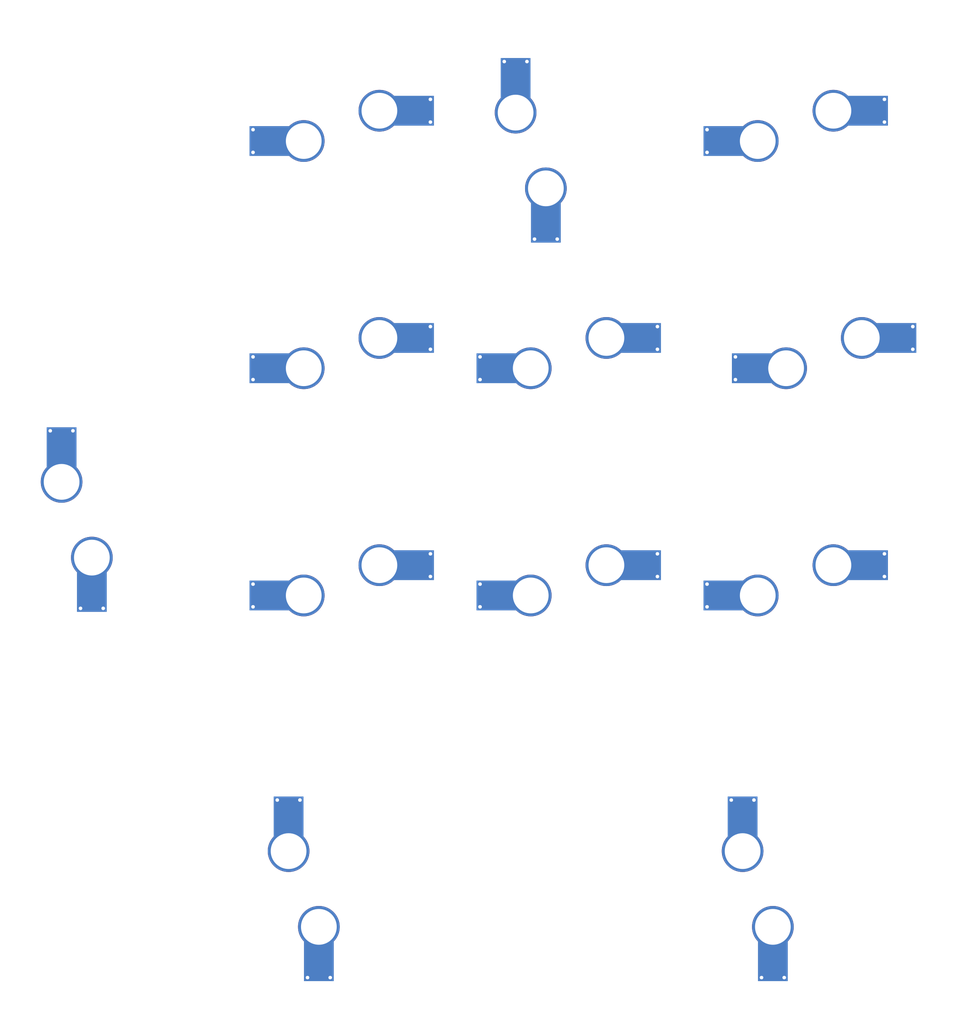
<source format=kicad_pcb>
(kicad_pcb (version 20171130) (host pcbnew "(5.1.10)-1")

  (general
    (thickness 1.6)
    (drawings 0)
    (tracks 0)
    (zones 0)
    (modules 12)
    (nets 17)
  )

  (page A4)
  (layers
    (0 F.Cu signal)
    (31 B.Cu signal)
    (32 B.Adhes user)
    (33 F.Adhes user)
    (34 B.Paste user)
    (35 F.Paste user)
    (36 B.SilkS user)
    (37 F.SilkS user)
    (38 B.Mask user)
    (39 F.Mask user)
    (40 Dwgs.User user)
    (41 Cmts.User user)
    (42 Eco1.User user)
    (43 Eco2.User user)
    (44 Edge.Cuts user)
    (45 Margin user)
    (46 B.CrtYd user)
    (47 F.CrtYd user)
    (48 B.Fab user)
    (49 F.Fab user)
  )

  (setup
    (last_trace_width 0.25)
    (trace_clearance 0.2)
    (zone_clearance 0.508)
    (zone_45_only no)
    (trace_min 0.2)
    (via_size 0.8)
    (via_drill 0.4)
    (via_min_size 0.4)
    (via_min_drill 0.3)
    (uvia_size 0.3)
    (uvia_drill 0.1)
    (uvias_allowed no)
    (uvia_min_size 0.2)
    (uvia_min_drill 0.1)
    (edge_width 0.05)
    (segment_width 0.2)
    (pcb_text_width 0.3)
    (pcb_text_size 1.5 1.5)
    (mod_edge_width 0.12)
    (mod_text_size 1 1)
    (mod_text_width 0.15)
    (pad_size 1.524 1.524)
    (pad_drill 0.762)
    (pad_to_mask_clearance 0)
    (aux_axis_origin 0 0)
    (visible_elements FFFFFF7F)
    (pcbplotparams
      (layerselection 0x010fc_ffffffff)
      (usegerberextensions false)
      (usegerberattributes true)
      (usegerberadvancedattributes true)
      (creategerberjobfile true)
      (excludeedgelayer true)
      (linewidth 0.100000)
      (plotframeref false)
      (viasonmask false)
      (mode 1)
      (useauxorigin false)
      (hpglpennumber 1)
      (hpglpenspeed 20)
      (hpglpendiameter 15.000000)
      (psnegative false)
      (psa4output false)
      (plotreference true)
      (plotvalue true)
      (plotinvisibletext false)
      (padsonsilk false)
      (subtractmaskfromsilk false)
      (outputformat 1)
      (mirror false)
      (drillshape 1)
      (scaleselection 1)
      (outputdirectory ""))
  )

  (net 0 "")
  (net 1 "Net-(MX1-Pad1)")
  (net 2 "Net-(MX2-Pad1)")
  (net 3 "Net-(MX6-Pad1)")
  (net 4 "Net-(MX10-Pad1)")
  (net 5 "Net-(D1-Pad2)")
  (net 6 "Net-(D2-Pad2)")
  (net 7 "Net-(D3-Pad2)")
  (net 8 "Net-(D4-Pad2)")
  (net 9 "Net-(D5-Pad2)")
  (net 10 "Net-(D6-Pad2)")
  (net 11 "Net-(D7-Pad2)")
  (net 12 "Net-(D8-Pad2)")
  (net 13 "Net-(D9-Pad2)")
  (net 14 "Net-(D10-Pad2)")
  (net 15 "Net-(D11-Pad2)")
  (net 16 "Net-(D12-Pad2)")

  (net_class Default "This is the default net class."
    (clearance 0.2)
    (trace_width 0.25)
    (via_dia 0.8)
    (via_drill 0.4)
    (uvia_dia 0.3)
    (uvia_drill 0.1)
    (add_net "Net-(D1-Pad2)")
    (add_net "Net-(D10-Pad2)")
    (add_net "Net-(D11-Pad2)")
    (add_net "Net-(D12-Pad2)")
    (add_net "Net-(D2-Pad2)")
    (add_net "Net-(D3-Pad2)")
    (add_net "Net-(D4-Pad2)")
    (add_net "Net-(D5-Pad2)")
    (add_net "Net-(D6-Pad2)")
    (add_net "Net-(D7-Pad2)")
    (add_net "Net-(D8-Pad2)")
    (add_net "Net-(D9-Pad2)")
    (add_net "Net-(MX1-Pad1)")
    (add_net "Net-(MX10-Pad1)")
    (add_net "Net-(MX2-Pad1)")
    (add_net "Net-(MX6-Pad1)")
  )

  (module MX_Only_v4:MXOnly-2U-Hotswap-ReversedStabilizers-Sawns (layer F.Cu) (tedit 61D51BF5) (tstamp 625381B8)
    (at 78.58125 114.3 90)
    (path /62531FA3)
    (attr smd)
    (fp_text reference MX1 (at 0 3.048 90) (layer B.CrtYd)
      (effects (font (size 1 1) (thickness 0.15)) (justify mirror))
    )
    (fp_text value 2U (at 0 -7.9375 90) (layer Dwgs.User)
      (effects (font (size 1 1) (thickness 0.15)))
    )
    (fp_text user REF** (at 0 3.048 90) (layer B.CrtYd)
      (effects (font (size 1 1) (thickness 0.15)) (justify mirror))
    )
    (fp_line (start 7 -7) (end 7 -5) (layer Dwgs.User) (width 0.15))
    (fp_line (start 5 -7) (end 7 -7) (layer Dwgs.User) (width 0.15))
    (fp_line (start 3.81 -6.35) (end 7.112 -6.35) (layer B.CrtYd) (width 0.15))
    (fp_line (start -7 7) (end -5 7) (layer Dwgs.User) (width 0.15))
    (fp_line (start -8.382 -3.81) (end -8.382 -1.27) (layer B.CrtYd) (width 0.15))
    (fp_line (start -5.08 -3.81) (end -8.382 -3.81) (layer B.CrtYd) (width 0.15))
    (fp_circle (center -3.81 -2.54) (end -3.81 -4.064) (layer B.CrtYd) (width 0.15))
    (fp_circle (center 2.54 -5.08) (end 2.54 -6.604) (layer B.CrtYd) (width 0.15))
    (fp_line (start -7 -7) (end -7 -5) (layer Dwgs.User) (width 0.15))
    (fp_line (start -5 -7) (end -7 -7) (layer Dwgs.User) (width 0.15))
    (fp_line (start 5 7) (end 7 7) (layer Dwgs.User) (width 0.15))
    (fp_line (start 7 7) (end 7 5) (layer Dwgs.User) (width 0.15))
    (fp_line (start -8.382 -1.27) (end -5.08 -1.27) (layer B.CrtYd) (width 0.15))
    (fp_line (start -7 5) (end -7 7) (layer Dwgs.User) (width 0.15))
    (fp_line (start 7.112 -3.81) (end 3.81 -3.81) (layer B.CrtYd) (width 0.15))
    (fp_line (start 7.112 -6.35) (end 7.112 -3.81) (layer B.CrtYd) (width 0.15))
    (fp_line (start -19.05 -9.525) (end 19.05 -9.525) (layer Dwgs.User) (width 0.15))
    (fp_line (start 19.05 -9.525) (end 19.05 9.525) (layer Dwgs.User) (width 0.15))
    (fp_line (start 19.05 9.525) (end -19.05 9.525) (layer Dwgs.User) (width 0.15))
    (fp_line (start -19.05 9.525) (end -19.05 -9.525) (layer Dwgs.User) (width 0.15))
    (pad "" np_thru_hole circle (at 0 0 90) (size 3.9878 3.9878) (drill 3.9878) (layers *.Cu *.Mask))
    (pad 1 thru_hole circle (at -3.81 -2.54 90) (size 3.5 3.5) (drill 3) (layers *.Cu *.Mask)
      (net 1 "Net-(MX1-Pad1)"))
    (pad 1 thru_hole circle (at -8.0645 -1.5875 90) (size 0.5 0.5) (drill 0.3) (layers *.Cu *.Mask)
      (net 1 "Net-(MX1-Pad1)"))
    (pad 2 smd rect (at 5.207 -5.08 90) (size 3.82 2.5) (layers B.Cu)
      (net 5 "Net-(D1-Pad2)"))
    (pad 1 smd rect (at -7.085 -2.54 90) (size 2.55 2.5) (layers B.Paste B.Mask)
      (net 1 "Net-(MX1-Pad1)"))
    (pad 2 thru_hole circle (at 6.8215 -4.1275 90) (size 0.5 0.5) (drill 0.3) (layers *.Cu *.Mask)
      (net 5 "Net-(D1-Pad2)"))
    (pad 2 smd rect (at 5.842 -5.08 90) (size 2.55 2.5) (layers B.Paste B.Mask)
      (net 5 "Net-(D1-Pad2)"))
    (pad 2 thru_hole circle (at 6.8215 -6.0325 90) (size 0.5 0.5) (drill 0.3) (layers *.Cu *.Mask)
      (net 5 "Net-(D1-Pad2)"))
    (pad 2 thru_hole circle (at 2.54 -5.08 90) (size 3.5 3.5) (drill 3) (layers *.Cu *.Mask)
      (net 5 "Net-(D1-Pad2)"))
    (pad "" np_thru_hole circle (at -5.08 0 138.0996) (size 1.75 1.75) (drill 1.75) (layers *.Cu *.Mask))
    (pad "" np_thru_hole circle (at 5.08 0 138.0996) (size 1.75 1.75) (drill 1.75) (layers *.Cu *.Mask))
    (pad 1 smd rect (at -6.45 -2.54 90) (size 3.82 2.5) (layers B.Cu)
      (net 1 "Net-(MX1-Pad1)"))
    (pad 1 thru_hole circle (at -8.0645 -3.4925 90) (size 0.5 0.5) (drill 0.3) (layers *.Cu *.Mask)
      (net 1 "Net-(MX1-Pad1)"))
    (pad "" np_thru_hole circle (at -11.938 -8.255 90) (size 3.9878 3.9878) (drill 3.9878) (layers *.Cu *.Mask))
    (pad "" np_thru_hole circle (at 11.938 -8.255 90) (size 3.9878 3.9878) (drill 3.9878) (layers *.Cu *.Mask))
    (pad "" np_thru_hole circle (at -11.938 6.985 90) (size 3.048 3.048) (drill 3.048) (layers *.Cu *.Mask))
    (pad "" np_thru_hole circle (at 11.938 6.985 90) (size 3.048 3.048) (drill 3.048) (layers *.Cu *.Mask))
    (model ${MXCOMP}/AlexandriaLibrary-master/3d_models/kailh_socket_mx.stp
      (offset (xyz -0.6 3.8 -3.5))
      (scale (xyz 1 1 1))
      (rotate (xyz 0 0 180))
    )
  )

  (module MX_Only_v4:MXOnly-1.25U-Hotswap-Sawns (layer F.Cu) (tedit 61D51B02) (tstamp 62538353)
    (at 135.73125 145.25625 90)
    (path /6253FF66)
    (attr smd)
    (fp_text reference MX12 (at 0 3.048 90) (layer B.CrtYd)
      (effects (font (size 1 1) (thickness 0.15)) (justify mirror))
    )
    (fp_text value 1.25U (at 0 -7.9375 90) (layer Dwgs.User)
      (effects (font (size 1 1) (thickness 0.15)))
    )
    (fp_text user REF** (at 0 3.048 90) (layer B.CrtYd)
      (effects (font (size 1 1) (thickness 0.15)) (justify mirror))
    )
    (fp_line (start 7 -7) (end 7 -5) (layer Dwgs.User) (width 0.15))
    (fp_line (start 5 -7) (end 7 -7) (layer Dwgs.User) (width 0.15))
    (fp_line (start 3.81 -6.35) (end 7.112 -6.35) (layer B.CrtYd) (width 0.15))
    (fp_line (start -7 7) (end -5 7) (layer Dwgs.User) (width 0.15))
    (fp_line (start -8.382 -3.81) (end -8.382 -1.27) (layer B.CrtYd) (width 0.15))
    (fp_line (start -5.08 -3.81) (end -8.382 -3.81) (layer B.CrtYd) (width 0.15))
    (fp_circle (center -3.81 -2.54) (end -3.81 -4.064) (layer B.CrtYd) (width 0.15))
    (fp_circle (center 2.54 -5.08) (end 2.54 -6.604) (layer B.CrtYd) (width 0.15))
    (fp_line (start -7 -7) (end -7 -5) (layer Dwgs.User) (width 0.15))
    (fp_line (start -5 -7) (end -7 -7) (layer Dwgs.User) (width 0.15))
    (fp_line (start 5 7) (end 7 7) (layer Dwgs.User) (width 0.15))
    (fp_line (start 7 7) (end 7 5) (layer Dwgs.User) (width 0.15))
    (fp_line (start -8.382 -1.27) (end -5.08 -1.27) (layer B.CrtYd) (width 0.15))
    (fp_line (start -7 5) (end -7 7) (layer Dwgs.User) (width 0.15))
    (fp_line (start 7.112 -3.81) (end 3.81 -3.81) (layer B.CrtYd) (width 0.15))
    (fp_line (start 7.112 -6.35) (end 7.112 -3.81) (layer B.CrtYd) (width 0.15))
    (fp_line (start -11.90625 -9.525) (end 11.90625 -9.525) (layer Dwgs.User) (width 0.15))
    (fp_line (start 11.90625 -9.525) (end 11.90625 9.525) (layer Dwgs.User) (width 0.15))
    (fp_line (start 11.90625 9.525) (end -11.90625 9.525) (layer Dwgs.User) (width 0.15))
    (fp_line (start -11.90625 9.525) (end -11.90625 -9.525) (layer Dwgs.User) (width 0.15))
    (pad "" np_thru_hole circle (at 0 0 90) (size 3.9878 3.9878) (drill 3.9878) (layers *.Cu *.Mask))
    (pad 1 thru_hole circle (at -3.81 -2.54 90) (size 3.5 3.5) (drill 3) (layers *.Cu *.Mask)
      (net 4 "Net-(MX10-Pad1)"))
    (pad 1 thru_hole circle (at -8.0645 -1.5875 90) (size 0.5 0.5) (drill 0.3) (layers *.Cu *.Mask)
      (net 4 "Net-(MX10-Pad1)"))
    (pad 2 smd rect (at 5.207 -5.08 90) (size 3.82 2.5) (layers B.Cu)
      (net 16 "Net-(D12-Pad2)"))
    (pad 1 smd rect (at -7.085 -2.54 90) (size 2.55 2.5) (layers B.Paste B.Mask)
      (net 4 "Net-(MX10-Pad1)"))
    (pad 2 thru_hole circle (at 6.8215 -4.1275 90) (size 0.5 0.5) (drill 0.3) (layers *.Cu *.Mask)
      (net 16 "Net-(D12-Pad2)"))
    (pad 2 smd rect (at 5.842 -5.08 90) (size 2.55 2.5) (layers B.Paste B.Mask)
      (net 16 "Net-(D12-Pad2)"))
    (pad 2 thru_hole circle (at 6.8215 -6.0325 90) (size 0.5 0.5) (drill 0.3) (layers *.Cu *.Mask)
      (net 16 "Net-(D12-Pad2)"))
    (pad 2 thru_hole circle (at 2.54 -5.08 90) (size 3.5 3.5) (drill 3) (layers *.Cu *.Mask)
      (net 16 "Net-(D12-Pad2)"))
    (pad "" np_thru_hole circle (at -5.08 0 138.0996) (size 1.75 1.75) (drill 1.75) (layers *.Cu *.Mask))
    (pad "" np_thru_hole circle (at 5.08 0 138.0996) (size 1.75 1.75) (drill 1.75) (layers *.Cu *.Mask))
    (pad 1 smd rect (at -6.45 -2.54 90) (size 3.82 2.5) (layers B.Cu)
      (net 4 "Net-(MX10-Pad1)"))
    (pad 1 thru_hole circle (at -8.0645 -3.4925 90) (size 0.5 0.5) (drill 0.3) (layers *.Cu *.Mask)
      (net 4 "Net-(MX10-Pad1)"))
    (model ${MXCOMP}/AlexandriaLibrary-master/3d_models/kailh_socket_mx.stp
      (offset (xyz -0.6 3.8 -3.5))
      (scale (xyz 1 1 1))
      (rotate (xyz 0 0 180))
    )
  )

  (module MX_Only_v4:MXOnly-1U-Hotswap-Sawns (layer F.Cu) (tedit 61D51B54) (tstamp 6253832D)
    (at 135.73125 123.825)
    (path /6253FF6C)
    (attr smd)
    (fp_text reference MX11 (at 0 3.048) (layer B.CrtYd)
      (effects (font (size 1 1) (thickness 0.15)) (justify mirror))
    )
    (fp_text value 1U (at 0 -7.9375) (layer Dwgs.User)
      (effects (font (size 1 1) (thickness 0.15)))
    )
    (fp_line (start 5 -7) (end 7 -7) (layer Dwgs.User) (width 0.15))
    (fp_line (start 7 -7) (end 7 -5) (layer Dwgs.User) (width 0.15))
    (fp_line (start 5 7) (end 7 7) (layer Dwgs.User) (width 0.15))
    (fp_line (start 7 7) (end 7 5) (layer Dwgs.User) (width 0.15))
    (fp_line (start -7 5) (end -7 7) (layer Dwgs.User) (width 0.15))
    (fp_line (start -7 7) (end -5 7) (layer Dwgs.User) (width 0.15))
    (fp_line (start -5 -7) (end -7 -7) (layer Dwgs.User) (width 0.15))
    (fp_line (start -7 -7) (end -7 -5) (layer Dwgs.User) (width 0.15))
    (fp_line (start -9.525 -9.525) (end 9.525 -9.525) (layer Dwgs.User) (width 0.15))
    (fp_line (start 9.525 -9.525) (end 9.525 9.525) (layer Dwgs.User) (width 0.15))
    (fp_line (start 9.525 9.525) (end -9.525 9.525) (layer Dwgs.User) (width 0.15))
    (fp_line (start -9.525 9.525) (end -9.525 -9.525) (layer Dwgs.User) (width 0.15))
    (fp_circle (center 2.54 -5.08) (end 2.54 -6.604) (layer B.CrtYd) (width 0.15))
    (fp_circle (center -3.81 -2.54) (end -3.81 -4.064) (layer B.CrtYd) (width 0.15))
    (fp_line (start 3.81 -6.35) (end 7.112 -6.35) (layer B.CrtYd) (width 0.15))
    (fp_line (start 7.112 -6.35) (end 7.112 -3.81) (layer B.CrtYd) (width 0.15))
    (fp_line (start 7.112 -3.81) (end 3.81 -3.81) (layer B.CrtYd) (width 0.15))
    (fp_line (start -5.08 -3.81) (end -8.382 -3.81) (layer B.CrtYd) (width 0.15))
    (fp_line (start -8.382 -3.81) (end -8.382 -1.27) (layer B.CrtYd) (width 0.15))
    (fp_line (start -8.382 -1.27) (end -5.08 -1.27) (layer B.CrtYd) (width 0.15))
    (pad 1 thru_hole circle (at -8.0645 -3.4925) (size 0.5 0.5) (drill 0.3) (layers *.Cu *.Mask)
      (net 4 "Net-(MX10-Pad1)"))
    (pad 2 smd rect (at 5.207 -5.08) (size 3.82 2.5) (layers B.Cu)
      (net 15 "Net-(D11-Pad2)"))
    (pad 1 smd rect (at -6.45 -2.54) (size 3.82 2.5) (layers B.Cu)
      (net 4 "Net-(MX10-Pad1)"))
    (pad "" np_thru_hole circle (at 5.08 0 48.0996) (size 1.75 1.75) (drill 1.75) (layers *.Cu *.Mask))
    (pad "" np_thru_hole circle (at -5.08 0 48.0996) (size 1.75 1.75) (drill 1.75) (layers *.Cu *.Mask))
    (pad 1 thru_hole circle (at -3.81 -2.54) (size 3.5 3.5) (drill 3) (layers *.Cu *.Mask)
      (net 4 "Net-(MX10-Pad1)"))
    (pad "" np_thru_hole circle (at 0 0) (size 3.9878 3.9878) (drill 3.9878) (layers *.Cu *.Mask))
    (pad 2 thru_hole circle (at 2.54 -5.08) (size 3.5 3.5) (drill 3) (layers *.Cu *.Mask)
      (net 15 "Net-(D11-Pad2)"))
    (pad 1 thru_hole circle (at -8.0645 -1.5875) (size 0.5 0.5) (drill 0.3) (layers *.Cu *.Mask)
      (net 4 "Net-(MX10-Pad1)"))
    (pad 2 thru_hole circle (at 6.8215 -4.1275) (size 0.5 0.5) (drill 0.3) (layers *.Cu *.Mask)
      (net 15 "Net-(D11-Pad2)"))
    (pad 2 thru_hole circle (at 6.8215 -6.0325) (size 0.5 0.5) (drill 0.3) (layers *.Cu *.Mask)
      (net 15 "Net-(D11-Pad2)"))
    (pad 2 smd rect (at 5.842 -5.08) (size 2.55 2.5) (layers B.Paste B.Mask)
      (net 15 "Net-(D11-Pad2)"))
    (pad 1 smd rect (at -7.085 -2.54) (size 2.55 2.5) (layers B.Paste B.Mask)
      (net 4 "Net-(MX10-Pad1)"))
    (model ${MXCOMP}/AlexandriaLibrary-master/3d_models/kailh_socket_mx.stp
      (offset (xyz -0.6 3.8 -3.5))
      (scale (xyz 1 1 1))
      (rotate (xyz 0 0 180))
    )
  )

  (module MX_Only_v4:MXOnly-1.25U-Hotswap-Sawns (layer F.Cu) (tedit 61D51B02) (tstamp 62538308)
    (at 138.1125 104.775)
    (path /6253C587)
    (attr smd)
    (fp_text reference MX10 (at 0 3.048) (layer B.CrtYd)
      (effects (font (size 1 1) (thickness 0.15)) (justify mirror))
    )
    (fp_text value 1.25U (at 0 -7.9375) (layer Dwgs.User)
      (effects (font (size 1 1) (thickness 0.15)))
    )
    (fp_text user REF** (at 0 3.048) (layer B.CrtYd)
      (effects (font (size 1 1) (thickness 0.15)) (justify mirror))
    )
    (fp_line (start 7 -7) (end 7 -5) (layer Dwgs.User) (width 0.15))
    (fp_line (start 5 -7) (end 7 -7) (layer Dwgs.User) (width 0.15))
    (fp_line (start 3.81 -6.35) (end 7.112 -6.35) (layer B.CrtYd) (width 0.15))
    (fp_line (start -7 7) (end -5 7) (layer Dwgs.User) (width 0.15))
    (fp_line (start -8.382 -3.81) (end -8.382 -1.27) (layer B.CrtYd) (width 0.15))
    (fp_line (start -5.08 -3.81) (end -8.382 -3.81) (layer B.CrtYd) (width 0.15))
    (fp_circle (center -3.81 -2.54) (end -3.81 -4.064) (layer B.CrtYd) (width 0.15))
    (fp_circle (center 2.54 -5.08) (end 2.54 -6.604) (layer B.CrtYd) (width 0.15))
    (fp_line (start -7 -7) (end -7 -5) (layer Dwgs.User) (width 0.15))
    (fp_line (start -5 -7) (end -7 -7) (layer Dwgs.User) (width 0.15))
    (fp_line (start 5 7) (end 7 7) (layer Dwgs.User) (width 0.15))
    (fp_line (start 7 7) (end 7 5) (layer Dwgs.User) (width 0.15))
    (fp_line (start -8.382 -1.27) (end -5.08 -1.27) (layer B.CrtYd) (width 0.15))
    (fp_line (start -7 5) (end -7 7) (layer Dwgs.User) (width 0.15))
    (fp_line (start 7.112 -3.81) (end 3.81 -3.81) (layer B.CrtYd) (width 0.15))
    (fp_line (start 7.112 -6.35) (end 7.112 -3.81) (layer B.CrtYd) (width 0.15))
    (fp_line (start -11.90625 -9.525) (end 11.90625 -9.525) (layer Dwgs.User) (width 0.15))
    (fp_line (start 11.90625 -9.525) (end 11.90625 9.525) (layer Dwgs.User) (width 0.15))
    (fp_line (start 11.90625 9.525) (end -11.90625 9.525) (layer Dwgs.User) (width 0.15))
    (fp_line (start -11.90625 9.525) (end -11.90625 -9.525) (layer Dwgs.User) (width 0.15))
    (pad "" np_thru_hole circle (at 0 0) (size 3.9878 3.9878) (drill 3.9878) (layers *.Cu *.Mask))
    (pad 1 thru_hole circle (at -3.81 -2.54) (size 3.5 3.5) (drill 3) (layers *.Cu *.Mask)
      (net 4 "Net-(MX10-Pad1)"))
    (pad 1 thru_hole circle (at -8.0645 -1.5875) (size 0.5 0.5) (drill 0.3) (layers *.Cu *.Mask)
      (net 4 "Net-(MX10-Pad1)"))
    (pad 2 smd rect (at 5.207 -5.08) (size 3.82 2.5) (layers B.Cu)
      (net 14 "Net-(D10-Pad2)"))
    (pad 1 smd rect (at -7.085 -2.54) (size 2.55 2.5) (layers B.Paste B.Mask)
      (net 4 "Net-(MX10-Pad1)"))
    (pad 2 thru_hole circle (at 6.8215 -4.1275) (size 0.5 0.5) (drill 0.3) (layers *.Cu *.Mask)
      (net 14 "Net-(D10-Pad2)"))
    (pad 2 smd rect (at 5.842 -5.08) (size 2.55 2.5) (layers B.Paste B.Mask)
      (net 14 "Net-(D10-Pad2)"))
    (pad 2 thru_hole circle (at 6.8215 -6.0325) (size 0.5 0.5) (drill 0.3) (layers *.Cu *.Mask)
      (net 14 "Net-(D10-Pad2)"))
    (pad 2 thru_hole circle (at 2.54 -5.08) (size 3.5 3.5) (drill 3) (layers *.Cu *.Mask)
      (net 14 "Net-(D10-Pad2)"))
    (pad "" np_thru_hole circle (at -5.08 0 48.0996) (size 1.75 1.75) (drill 1.75) (layers *.Cu *.Mask))
    (pad "" np_thru_hole circle (at 5.08 0 48.0996) (size 1.75 1.75) (drill 1.75) (layers *.Cu *.Mask))
    (pad 1 smd rect (at -6.45 -2.54) (size 3.82 2.5) (layers B.Cu)
      (net 4 "Net-(MX10-Pad1)"))
    (pad 1 thru_hole circle (at -8.0645 -3.4925) (size 0.5 0.5) (drill 0.3) (layers *.Cu *.Mask)
      (net 4 "Net-(MX10-Pad1)"))
    (model ${MXCOMP}/AlexandriaLibrary-master/3d_models/kailh_socket_mx.stp
      (offset (xyz -0.6 3.8 -3.5))
      (scale (xyz 1 1 1))
      (rotate (xyz 0 0 180))
    )
  )

  (module MX_Only_v4:MXOnly-1U-Hotswap-Sawns (layer F.Cu) (tedit 61D51B54) (tstamp 625382E2)
    (at 135.73125 85.725)
    (path /6253C581)
    (attr smd)
    (fp_text reference MX9 (at 0 3.048) (layer B.CrtYd)
      (effects (font (size 1 1) (thickness 0.15)) (justify mirror))
    )
    (fp_text value 1U (at 0 -7.9375) (layer Dwgs.User)
      (effects (font (size 1 1) (thickness 0.15)))
    )
    (fp_line (start 5 -7) (end 7 -7) (layer Dwgs.User) (width 0.15))
    (fp_line (start 7 -7) (end 7 -5) (layer Dwgs.User) (width 0.15))
    (fp_line (start 5 7) (end 7 7) (layer Dwgs.User) (width 0.15))
    (fp_line (start 7 7) (end 7 5) (layer Dwgs.User) (width 0.15))
    (fp_line (start -7 5) (end -7 7) (layer Dwgs.User) (width 0.15))
    (fp_line (start -7 7) (end -5 7) (layer Dwgs.User) (width 0.15))
    (fp_line (start -5 -7) (end -7 -7) (layer Dwgs.User) (width 0.15))
    (fp_line (start -7 -7) (end -7 -5) (layer Dwgs.User) (width 0.15))
    (fp_line (start -9.525 -9.525) (end 9.525 -9.525) (layer Dwgs.User) (width 0.15))
    (fp_line (start 9.525 -9.525) (end 9.525 9.525) (layer Dwgs.User) (width 0.15))
    (fp_line (start 9.525 9.525) (end -9.525 9.525) (layer Dwgs.User) (width 0.15))
    (fp_line (start -9.525 9.525) (end -9.525 -9.525) (layer Dwgs.User) (width 0.15))
    (fp_circle (center 2.54 -5.08) (end 2.54 -6.604) (layer B.CrtYd) (width 0.15))
    (fp_circle (center -3.81 -2.54) (end -3.81 -4.064) (layer B.CrtYd) (width 0.15))
    (fp_line (start 3.81 -6.35) (end 7.112 -6.35) (layer B.CrtYd) (width 0.15))
    (fp_line (start 7.112 -6.35) (end 7.112 -3.81) (layer B.CrtYd) (width 0.15))
    (fp_line (start 7.112 -3.81) (end 3.81 -3.81) (layer B.CrtYd) (width 0.15))
    (fp_line (start -5.08 -3.81) (end -8.382 -3.81) (layer B.CrtYd) (width 0.15))
    (fp_line (start -8.382 -3.81) (end -8.382 -1.27) (layer B.CrtYd) (width 0.15))
    (fp_line (start -8.382 -1.27) (end -5.08 -1.27) (layer B.CrtYd) (width 0.15))
    (pad 1 thru_hole circle (at -8.0645 -3.4925) (size 0.5 0.5) (drill 0.3) (layers *.Cu *.Mask)
      (net 4 "Net-(MX10-Pad1)"))
    (pad 2 smd rect (at 5.207 -5.08) (size 3.82 2.5) (layers B.Cu)
      (net 13 "Net-(D9-Pad2)"))
    (pad 1 smd rect (at -6.45 -2.54) (size 3.82 2.5) (layers B.Cu)
      (net 4 "Net-(MX10-Pad1)"))
    (pad "" np_thru_hole circle (at 5.08 0 48.0996) (size 1.75 1.75) (drill 1.75) (layers *.Cu *.Mask))
    (pad "" np_thru_hole circle (at -5.08 0 48.0996) (size 1.75 1.75) (drill 1.75) (layers *.Cu *.Mask))
    (pad 1 thru_hole circle (at -3.81 -2.54) (size 3.5 3.5) (drill 3) (layers *.Cu *.Mask)
      (net 4 "Net-(MX10-Pad1)"))
    (pad "" np_thru_hole circle (at 0 0) (size 3.9878 3.9878) (drill 3.9878) (layers *.Cu *.Mask))
    (pad 2 thru_hole circle (at 2.54 -5.08) (size 3.5 3.5) (drill 3) (layers *.Cu *.Mask)
      (net 13 "Net-(D9-Pad2)"))
    (pad 1 thru_hole circle (at -8.0645 -1.5875) (size 0.5 0.5) (drill 0.3) (layers *.Cu *.Mask)
      (net 4 "Net-(MX10-Pad1)"))
    (pad 2 thru_hole circle (at 6.8215 -4.1275) (size 0.5 0.5) (drill 0.3) (layers *.Cu *.Mask)
      (net 13 "Net-(D9-Pad2)"))
    (pad 2 thru_hole circle (at 6.8215 -6.0325) (size 0.5 0.5) (drill 0.3) (layers *.Cu *.Mask)
      (net 13 "Net-(D9-Pad2)"))
    (pad 2 smd rect (at 5.842 -5.08) (size 2.55 2.5) (layers B.Paste B.Mask)
      (net 13 "Net-(D9-Pad2)"))
    (pad 1 smd rect (at -7.085 -2.54) (size 2.55 2.5) (layers B.Paste B.Mask)
      (net 4 "Net-(MX10-Pad1)"))
    (model ${MXCOMP}/AlexandriaLibrary-master/3d_models/kailh_socket_mx.stp
      (offset (xyz -0.6 3.8 -3.5))
      (scale (xyz 1 1 1))
      (rotate (xyz 0 0 180))
    )
  )

  (module MX_Only_v4:MXOnly-1U-Hotswap-Sawns (layer F.Cu) (tedit 61D51B54) (tstamp 625382BD)
    (at 116.68125 123.825)
    (path /625397AF)
    (attr smd)
    (fp_text reference MX8 (at 0 3.048) (layer B.CrtYd)
      (effects (font (size 1 1) (thickness 0.15)) (justify mirror))
    )
    (fp_text value 1U (at 0 -7.9375) (layer Dwgs.User)
      (effects (font (size 1 1) (thickness 0.15)))
    )
    (fp_line (start 5 -7) (end 7 -7) (layer Dwgs.User) (width 0.15))
    (fp_line (start 7 -7) (end 7 -5) (layer Dwgs.User) (width 0.15))
    (fp_line (start 5 7) (end 7 7) (layer Dwgs.User) (width 0.15))
    (fp_line (start 7 7) (end 7 5) (layer Dwgs.User) (width 0.15))
    (fp_line (start -7 5) (end -7 7) (layer Dwgs.User) (width 0.15))
    (fp_line (start -7 7) (end -5 7) (layer Dwgs.User) (width 0.15))
    (fp_line (start -5 -7) (end -7 -7) (layer Dwgs.User) (width 0.15))
    (fp_line (start -7 -7) (end -7 -5) (layer Dwgs.User) (width 0.15))
    (fp_line (start -9.525 -9.525) (end 9.525 -9.525) (layer Dwgs.User) (width 0.15))
    (fp_line (start 9.525 -9.525) (end 9.525 9.525) (layer Dwgs.User) (width 0.15))
    (fp_line (start 9.525 9.525) (end -9.525 9.525) (layer Dwgs.User) (width 0.15))
    (fp_line (start -9.525 9.525) (end -9.525 -9.525) (layer Dwgs.User) (width 0.15))
    (fp_circle (center 2.54 -5.08) (end 2.54 -6.604) (layer B.CrtYd) (width 0.15))
    (fp_circle (center -3.81 -2.54) (end -3.81 -4.064) (layer B.CrtYd) (width 0.15))
    (fp_line (start 3.81 -6.35) (end 7.112 -6.35) (layer B.CrtYd) (width 0.15))
    (fp_line (start 7.112 -6.35) (end 7.112 -3.81) (layer B.CrtYd) (width 0.15))
    (fp_line (start 7.112 -3.81) (end 3.81 -3.81) (layer B.CrtYd) (width 0.15))
    (fp_line (start -5.08 -3.81) (end -8.382 -3.81) (layer B.CrtYd) (width 0.15))
    (fp_line (start -8.382 -3.81) (end -8.382 -1.27) (layer B.CrtYd) (width 0.15))
    (fp_line (start -8.382 -1.27) (end -5.08 -1.27) (layer B.CrtYd) (width 0.15))
    (pad 1 thru_hole circle (at -8.0645 -3.4925) (size 0.5 0.5) (drill 0.3) (layers *.Cu *.Mask)
      (net 3 "Net-(MX6-Pad1)"))
    (pad 2 smd rect (at 5.207 -5.08) (size 3.82 2.5) (layers B.Cu)
      (net 12 "Net-(D8-Pad2)"))
    (pad 1 smd rect (at -6.45 -2.54) (size 3.82 2.5) (layers B.Cu)
      (net 3 "Net-(MX6-Pad1)"))
    (pad "" np_thru_hole circle (at 5.08 0 48.0996) (size 1.75 1.75) (drill 1.75) (layers *.Cu *.Mask))
    (pad "" np_thru_hole circle (at -5.08 0 48.0996) (size 1.75 1.75) (drill 1.75) (layers *.Cu *.Mask))
    (pad 1 thru_hole circle (at -3.81 -2.54) (size 3.5 3.5) (drill 3) (layers *.Cu *.Mask)
      (net 3 "Net-(MX6-Pad1)"))
    (pad "" np_thru_hole circle (at 0 0) (size 3.9878 3.9878) (drill 3.9878) (layers *.Cu *.Mask))
    (pad 2 thru_hole circle (at 2.54 -5.08) (size 3.5 3.5) (drill 3) (layers *.Cu *.Mask)
      (net 12 "Net-(D8-Pad2)"))
    (pad 1 thru_hole circle (at -8.0645 -1.5875) (size 0.5 0.5) (drill 0.3) (layers *.Cu *.Mask)
      (net 3 "Net-(MX6-Pad1)"))
    (pad 2 thru_hole circle (at 6.8215 -4.1275) (size 0.5 0.5) (drill 0.3) (layers *.Cu *.Mask)
      (net 12 "Net-(D8-Pad2)"))
    (pad 2 thru_hole circle (at 6.8215 -6.0325) (size 0.5 0.5) (drill 0.3) (layers *.Cu *.Mask)
      (net 12 "Net-(D8-Pad2)"))
    (pad 2 smd rect (at 5.842 -5.08) (size 2.55 2.5) (layers B.Paste B.Mask)
      (net 12 "Net-(D8-Pad2)"))
    (pad 1 smd rect (at -7.085 -2.54) (size 2.55 2.5) (layers B.Paste B.Mask)
      (net 3 "Net-(MX6-Pad1)"))
    (model ${MXCOMP}/AlexandriaLibrary-master/3d_models/kailh_socket_mx.stp
      (offset (xyz -0.6 3.8 -3.5))
      (scale (xyz 1 1 1))
      (rotate (xyz 0 0 180))
    )
  )

  (module MX_Only_v4:MXOnly-1U-Hotswap-Sawns (layer F.Cu) (tedit 61D51B54) (tstamp 62538298)
    (at 116.68125 104.775)
    (path /625397A9)
    (attr smd)
    (fp_text reference MX7 (at 0 3.048) (layer B.CrtYd)
      (effects (font (size 1 1) (thickness 0.15)) (justify mirror))
    )
    (fp_text value 1U (at 0 -7.9375) (layer Dwgs.User)
      (effects (font (size 1 1) (thickness 0.15)))
    )
    (fp_line (start 5 -7) (end 7 -7) (layer Dwgs.User) (width 0.15))
    (fp_line (start 7 -7) (end 7 -5) (layer Dwgs.User) (width 0.15))
    (fp_line (start 5 7) (end 7 7) (layer Dwgs.User) (width 0.15))
    (fp_line (start 7 7) (end 7 5) (layer Dwgs.User) (width 0.15))
    (fp_line (start -7 5) (end -7 7) (layer Dwgs.User) (width 0.15))
    (fp_line (start -7 7) (end -5 7) (layer Dwgs.User) (width 0.15))
    (fp_line (start -5 -7) (end -7 -7) (layer Dwgs.User) (width 0.15))
    (fp_line (start -7 -7) (end -7 -5) (layer Dwgs.User) (width 0.15))
    (fp_line (start -9.525 -9.525) (end 9.525 -9.525) (layer Dwgs.User) (width 0.15))
    (fp_line (start 9.525 -9.525) (end 9.525 9.525) (layer Dwgs.User) (width 0.15))
    (fp_line (start 9.525 9.525) (end -9.525 9.525) (layer Dwgs.User) (width 0.15))
    (fp_line (start -9.525 9.525) (end -9.525 -9.525) (layer Dwgs.User) (width 0.15))
    (fp_circle (center 2.54 -5.08) (end 2.54 -6.604) (layer B.CrtYd) (width 0.15))
    (fp_circle (center -3.81 -2.54) (end -3.81 -4.064) (layer B.CrtYd) (width 0.15))
    (fp_line (start 3.81 -6.35) (end 7.112 -6.35) (layer B.CrtYd) (width 0.15))
    (fp_line (start 7.112 -6.35) (end 7.112 -3.81) (layer B.CrtYd) (width 0.15))
    (fp_line (start 7.112 -3.81) (end 3.81 -3.81) (layer B.CrtYd) (width 0.15))
    (fp_line (start -5.08 -3.81) (end -8.382 -3.81) (layer B.CrtYd) (width 0.15))
    (fp_line (start -8.382 -3.81) (end -8.382 -1.27) (layer B.CrtYd) (width 0.15))
    (fp_line (start -8.382 -1.27) (end -5.08 -1.27) (layer B.CrtYd) (width 0.15))
    (pad 1 thru_hole circle (at -8.0645 -3.4925) (size 0.5 0.5) (drill 0.3) (layers *.Cu *.Mask)
      (net 3 "Net-(MX6-Pad1)"))
    (pad 2 smd rect (at 5.207 -5.08) (size 3.82 2.5) (layers B.Cu)
      (net 11 "Net-(D7-Pad2)"))
    (pad 1 smd rect (at -6.45 -2.54) (size 3.82 2.5) (layers B.Cu)
      (net 3 "Net-(MX6-Pad1)"))
    (pad "" np_thru_hole circle (at 5.08 0 48.0996) (size 1.75 1.75) (drill 1.75) (layers *.Cu *.Mask))
    (pad "" np_thru_hole circle (at -5.08 0 48.0996) (size 1.75 1.75) (drill 1.75) (layers *.Cu *.Mask))
    (pad 1 thru_hole circle (at -3.81 -2.54) (size 3.5 3.5) (drill 3) (layers *.Cu *.Mask)
      (net 3 "Net-(MX6-Pad1)"))
    (pad "" np_thru_hole circle (at 0 0) (size 3.9878 3.9878) (drill 3.9878) (layers *.Cu *.Mask))
    (pad 2 thru_hole circle (at 2.54 -5.08) (size 3.5 3.5) (drill 3) (layers *.Cu *.Mask)
      (net 11 "Net-(D7-Pad2)"))
    (pad 1 thru_hole circle (at -8.0645 -1.5875) (size 0.5 0.5) (drill 0.3) (layers *.Cu *.Mask)
      (net 3 "Net-(MX6-Pad1)"))
    (pad 2 thru_hole circle (at 6.8215 -4.1275) (size 0.5 0.5) (drill 0.3) (layers *.Cu *.Mask)
      (net 11 "Net-(D7-Pad2)"))
    (pad 2 thru_hole circle (at 6.8215 -6.0325) (size 0.5 0.5) (drill 0.3) (layers *.Cu *.Mask)
      (net 11 "Net-(D7-Pad2)"))
    (pad 2 smd rect (at 5.842 -5.08) (size 2.55 2.5) (layers B.Paste B.Mask)
      (net 11 "Net-(D7-Pad2)"))
    (pad 1 smd rect (at -7.085 -2.54) (size 2.55 2.5) (layers B.Paste B.Mask)
      (net 3 "Net-(MX6-Pad1)"))
    (model ${MXCOMP}/AlexandriaLibrary-master/3d_models/kailh_socket_mx.stp
      (offset (xyz -0.6 3.8 -3.5))
      (scale (xyz 1 1 1))
      (rotate (xyz 0 0 180))
    )
  )

  (module MX_Only_v4:MXOnly-1.25U-Hotswap-Sawns (layer F.Cu) (tedit 61D51B02) (tstamp 62538273)
    (at 116.68125 83.34375 90)
    (path /625397A3)
    (attr smd)
    (fp_text reference MX6 (at 0 3.048 90) (layer B.CrtYd)
      (effects (font (size 1 1) (thickness 0.15)) (justify mirror))
    )
    (fp_text value 1.25U (at 0 -7.9375 90) (layer Dwgs.User)
      (effects (font (size 1 1) (thickness 0.15)))
    )
    (fp_text user REF** (at 0 3.048 90) (layer B.CrtYd)
      (effects (font (size 1 1) (thickness 0.15)) (justify mirror))
    )
    (fp_line (start 7 -7) (end 7 -5) (layer Dwgs.User) (width 0.15))
    (fp_line (start 5 -7) (end 7 -7) (layer Dwgs.User) (width 0.15))
    (fp_line (start 3.81 -6.35) (end 7.112 -6.35) (layer B.CrtYd) (width 0.15))
    (fp_line (start -7 7) (end -5 7) (layer Dwgs.User) (width 0.15))
    (fp_line (start -8.382 -3.81) (end -8.382 -1.27) (layer B.CrtYd) (width 0.15))
    (fp_line (start -5.08 -3.81) (end -8.382 -3.81) (layer B.CrtYd) (width 0.15))
    (fp_circle (center -3.81 -2.54) (end -3.81 -4.064) (layer B.CrtYd) (width 0.15))
    (fp_circle (center 2.54 -5.08) (end 2.54 -6.604) (layer B.CrtYd) (width 0.15))
    (fp_line (start -7 -7) (end -7 -5) (layer Dwgs.User) (width 0.15))
    (fp_line (start -5 -7) (end -7 -7) (layer Dwgs.User) (width 0.15))
    (fp_line (start 5 7) (end 7 7) (layer Dwgs.User) (width 0.15))
    (fp_line (start 7 7) (end 7 5) (layer Dwgs.User) (width 0.15))
    (fp_line (start -8.382 -1.27) (end -5.08 -1.27) (layer B.CrtYd) (width 0.15))
    (fp_line (start -7 5) (end -7 7) (layer Dwgs.User) (width 0.15))
    (fp_line (start 7.112 -3.81) (end 3.81 -3.81) (layer B.CrtYd) (width 0.15))
    (fp_line (start 7.112 -6.35) (end 7.112 -3.81) (layer B.CrtYd) (width 0.15))
    (fp_line (start -11.90625 -9.525) (end 11.90625 -9.525) (layer Dwgs.User) (width 0.15))
    (fp_line (start 11.90625 -9.525) (end 11.90625 9.525) (layer Dwgs.User) (width 0.15))
    (fp_line (start 11.90625 9.525) (end -11.90625 9.525) (layer Dwgs.User) (width 0.15))
    (fp_line (start -11.90625 9.525) (end -11.90625 -9.525) (layer Dwgs.User) (width 0.15))
    (pad "" np_thru_hole circle (at 0 0 90) (size 3.9878 3.9878) (drill 3.9878) (layers *.Cu *.Mask))
    (pad 1 thru_hole circle (at -3.81 -2.54 90) (size 3.5 3.5) (drill 3) (layers *.Cu *.Mask)
      (net 3 "Net-(MX6-Pad1)"))
    (pad 1 thru_hole circle (at -8.0645 -1.5875 90) (size 0.5 0.5) (drill 0.3) (layers *.Cu *.Mask)
      (net 3 "Net-(MX6-Pad1)"))
    (pad 2 smd rect (at 5.207 -5.08 90) (size 3.82 2.5) (layers B.Cu)
      (net 10 "Net-(D6-Pad2)"))
    (pad 1 smd rect (at -7.085 -2.54 90) (size 2.55 2.5) (layers B.Paste B.Mask)
      (net 3 "Net-(MX6-Pad1)"))
    (pad 2 thru_hole circle (at 6.8215 -4.1275 90) (size 0.5 0.5) (drill 0.3) (layers *.Cu *.Mask)
      (net 10 "Net-(D6-Pad2)"))
    (pad 2 smd rect (at 5.842 -5.08 90) (size 2.55 2.5) (layers B.Paste B.Mask)
      (net 10 "Net-(D6-Pad2)"))
    (pad 2 thru_hole circle (at 6.8215 -6.0325 90) (size 0.5 0.5) (drill 0.3) (layers *.Cu *.Mask)
      (net 10 "Net-(D6-Pad2)"))
    (pad 2 thru_hole circle (at 2.54 -5.08 90) (size 3.5 3.5) (drill 3) (layers *.Cu *.Mask)
      (net 10 "Net-(D6-Pad2)"))
    (pad "" np_thru_hole circle (at -5.08 0 138.0996) (size 1.75 1.75) (drill 1.75) (layers *.Cu *.Mask))
    (pad "" np_thru_hole circle (at 5.08 0 138.0996) (size 1.75 1.75) (drill 1.75) (layers *.Cu *.Mask))
    (pad 1 smd rect (at -6.45 -2.54 90) (size 3.82 2.5) (layers B.Cu)
      (net 3 "Net-(MX6-Pad1)"))
    (pad 1 thru_hole circle (at -8.0645 -3.4925 90) (size 0.5 0.5) (drill 0.3) (layers *.Cu *.Mask)
      (net 3 "Net-(MX6-Pad1)"))
    (model ${MXCOMP}/AlexandriaLibrary-master/3d_models/kailh_socket_mx.stp
      (offset (xyz -0.6 3.8 -3.5))
      (scale (xyz 1 1 1))
      (rotate (xyz 0 0 180))
    )
  )

  (module MX_Only_v4:MXOnly-1.25U-Hotswap-Sawns (layer F.Cu) (tedit 61D51B02) (tstamp 6253824D)
    (at 97.63125 145.25625 90)
    (path /62537945)
    (attr smd)
    (fp_text reference MX5 (at 0 3.048 90) (layer B.CrtYd)
      (effects (font (size 1 1) (thickness 0.15)) (justify mirror))
    )
    (fp_text value 1.25U (at 0 -7.9375 90) (layer Dwgs.User)
      (effects (font (size 1 1) (thickness 0.15)))
    )
    (fp_text user REF** (at 0 3.048 90) (layer B.CrtYd)
      (effects (font (size 1 1) (thickness 0.15)) (justify mirror))
    )
    (fp_line (start 7 -7) (end 7 -5) (layer Dwgs.User) (width 0.15))
    (fp_line (start 5 -7) (end 7 -7) (layer Dwgs.User) (width 0.15))
    (fp_line (start 3.81 -6.35) (end 7.112 -6.35) (layer B.CrtYd) (width 0.15))
    (fp_line (start -7 7) (end -5 7) (layer Dwgs.User) (width 0.15))
    (fp_line (start -8.382 -3.81) (end -8.382 -1.27) (layer B.CrtYd) (width 0.15))
    (fp_line (start -5.08 -3.81) (end -8.382 -3.81) (layer B.CrtYd) (width 0.15))
    (fp_circle (center -3.81 -2.54) (end -3.81 -4.064) (layer B.CrtYd) (width 0.15))
    (fp_circle (center 2.54 -5.08) (end 2.54 -6.604) (layer B.CrtYd) (width 0.15))
    (fp_line (start -7 -7) (end -7 -5) (layer Dwgs.User) (width 0.15))
    (fp_line (start -5 -7) (end -7 -7) (layer Dwgs.User) (width 0.15))
    (fp_line (start 5 7) (end 7 7) (layer Dwgs.User) (width 0.15))
    (fp_line (start 7 7) (end 7 5) (layer Dwgs.User) (width 0.15))
    (fp_line (start -8.382 -1.27) (end -5.08 -1.27) (layer B.CrtYd) (width 0.15))
    (fp_line (start -7 5) (end -7 7) (layer Dwgs.User) (width 0.15))
    (fp_line (start 7.112 -3.81) (end 3.81 -3.81) (layer B.CrtYd) (width 0.15))
    (fp_line (start 7.112 -6.35) (end 7.112 -3.81) (layer B.CrtYd) (width 0.15))
    (fp_line (start -11.90625 -9.525) (end 11.90625 -9.525) (layer Dwgs.User) (width 0.15))
    (fp_line (start 11.90625 -9.525) (end 11.90625 9.525) (layer Dwgs.User) (width 0.15))
    (fp_line (start 11.90625 9.525) (end -11.90625 9.525) (layer Dwgs.User) (width 0.15))
    (fp_line (start -11.90625 9.525) (end -11.90625 -9.525) (layer Dwgs.User) (width 0.15))
    (pad "" np_thru_hole circle (at 0 0 90) (size 3.9878 3.9878) (drill 3.9878) (layers *.Cu *.Mask))
    (pad 1 thru_hole circle (at -3.81 -2.54 90) (size 3.5 3.5) (drill 3) (layers *.Cu *.Mask)
      (net 2 "Net-(MX2-Pad1)"))
    (pad 1 thru_hole circle (at -8.0645 -1.5875 90) (size 0.5 0.5) (drill 0.3) (layers *.Cu *.Mask)
      (net 2 "Net-(MX2-Pad1)"))
    (pad 2 smd rect (at 5.207 -5.08 90) (size 3.82 2.5) (layers B.Cu)
      (net 9 "Net-(D5-Pad2)"))
    (pad 1 smd rect (at -7.085 -2.54 90) (size 2.55 2.5) (layers B.Paste B.Mask)
      (net 2 "Net-(MX2-Pad1)"))
    (pad 2 thru_hole circle (at 6.8215 -4.1275 90) (size 0.5 0.5) (drill 0.3) (layers *.Cu *.Mask)
      (net 9 "Net-(D5-Pad2)"))
    (pad 2 smd rect (at 5.842 -5.08 90) (size 2.55 2.5) (layers B.Paste B.Mask)
      (net 9 "Net-(D5-Pad2)"))
    (pad 2 thru_hole circle (at 6.8215 -6.0325 90) (size 0.5 0.5) (drill 0.3) (layers *.Cu *.Mask)
      (net 9 "Net-(D5-Pad2)"))
    (pad 2 thru_hole circle (at 2.54 -5.08 90) (size 3.5 3.5) (drill 3) (layers *.Cu *.Mask)
      (net 9 "Net-(D5-Pad2)"))
    (pad "" np_thru_hole circle (at -5.08 0 138.0996) (size 1.75 1.75) (drill 1.75) (layers *.Cu *.Mask))
    (pad "" np_thru_hole circle (at 5.08 0 138.0996) (size 1.75 1.75) (drill 1.75) (layers *.Cu *.Mask))
    (pad 1 smd rect (at -6.45 -2.54 90) (size 3.82 2.5) (layers B.Cu)
      (net 2 "Net-(MX2-Pad1)"))
    (pad 1 thru_hole circle (at -8.0645 -3.4925 90) (size 0.5 0.5) (drill 0.3) (layers *.Cu *.Mask)
      (net 2 "Net-(MX2-Pad1)"))
    (model ${MXCOMP}/AlexandriaLibrary-master/3d_models/kailh_socket_mx.stp
      (offset (xyz -0.6 3.8 -3.5))
      (scale (xyz 1 1 1))
      (rotate (xyz 0 0 180))
    )
  )

  (module MX_Only_v4:MXOnly-1U-Hotswap-Sawns (layer F.Cu) (tedit 61D51B54) (tstamp 62538227)
    (at 97.63125 123.825)
    (path /6253794B)
    (attr smd)
    (fp_text reference MX4 (at 0 3.048) (layer B.CrtYd)
      (effects (font (size 1 1) (thickness 0.15)) (justify mirror))
    )
    (fp_text value 1U (at 0 -7.9375) (layer Dwgs.User)
      (effects (font (size 1 1) (thickness 0.15)))
    )
    (fp_line (start 5 -7) (end 7 -7) (layer Dwgs.User) (width 0.15))
    (fp_line (start 7 -7) (end 7 -5) (layer Dwgs.User) (width 0.15))
    (fp_line (start 5 7) (end 7 7) (layer Dwgs.User) (width 0.15))
    (fp_line (start 7 7) (end 7 5) (layer Dwgs.User) (width 0.15))
    (fp_line (start -7 5) (end -7 7) (layer Dwgs.User) (width 0.15))
    (fp_line (start -7 7) (end -5 7) (layer Dwgs.User) (width 0.15))
    (fp_line (start -5 -7) (end -7 -7) (layer Dwgs.User) (width 0.15))
    (fp_line (start -7 -7) (end -7 -5) (layer Dwgs.User) (width 0.15))
    (fp_line (start -9.525 -9.525) (end 9.525 -9.525) (layer Dwgs.User) (width 0.15))
    (fp_line (start 9.525 -9.525) (end 9.525 9.525) (layer Dwgs.User) (width 0.15))
    (fp_line (start 9.525 9.525) (end -9.525 9.525) (layer Dwgs.User) (width 0.15))
    (fp_line (start -9.525 9.525) (end -9.525 -9.525) (layer Dwgs.User) (width 0.15))
    (fp_circle (center 2.54 -5.08) (end 2.54 -6.604) (layer B.CrtYd) (width 0.15))
    (fp_circle (center -3.81 -2.54) (end -3.81 -4.064) (layer B.CrtYd) (width 0.15))
    (fp_line (start 3.81 -6.35) (end 7.112 -6.35) (layer B.CrtYd) (width 0.15))
    (fp_line (start 7.112 -6.35) (end 7.112 -3.81) (layer B.CrtYd) (width 0.15))
    (fp_line (start 7.112 -3.81) (end 3.81 -3.81) (layer B.CrtYd) (width 0.15))
    (fp_line (start -5.08 -3.81) (end -8.382 -3.81) (layer B.CrtYd) (width 0.15))
    (fp_line (start -8.382 -3.81) (end -8.382 -1.27) (layer B.CrtYd) (width 0.15))
    (fp_line (start -8.382 -1.27) (end -5.08 -1.27) (layer B.CrtYd) (width 0.15))
    (pad 1 thru_hole circle (at -8.0645 -3.4925) (size 0.5 0.5) (drill 0.3) (layers *.Cu *.Mask)
      (net 2 "Net-(MX2-Pad1)"))
    (pad 2 smd rect (at 5.207 -5.08) (size 3.82 2.5) (layers B.Cu)
      (net 8 "Net-(D4-Pad2)"))
    (pad 1 smd rect (at -6.45 -2.54) (size 3.82 2.5) (layers B.Cu)
      (net 2 "Net-(MX2-Pad1)"))
    (pad "" np_thru_hole circle (at 5.08 0 48.0996) (size 1.75 1.75) (drill 1.75) (layers *.Cu *.Mask))
    (pad "" np_thru_hole circle (at -5.08 0 48.0996) (size 1.75 1.75) (drill 1.75) (layers *.Cu *.Mask))
    (pad 1 thru_hole circle (at -3.81 -2.54) (size 3.5 3.5) (drill 3) (layers *.Cu *.Mask)
      (net 2 "Net-(MX2-Pad1)"))
    (pad "" np_thru_hole circle (at 0 0) (size 3.9878 3.9878) (drill 3.9878) (layers *.Cu *.Mask))
    (pad 2 thru_hole circle (at 2.54 -5.08) (size 3.5 3.5) (drill 3) (layers *.Cu *.Mask)
      (net 8 "Net-(D4-Pad2)"))
    (pad 1 thru_hole circle (at -8.0645 -1.5875) (size 0.5 0.5) (drill 0.3) (layers *.Cu *.Mask)
      (net 2 "Net-(MX2-Pad1)"))
    (pad 2 thru_hole circle (at 6.8215 -4.1275) (size 0.5 0.5) (drill 0.3) (layers *.Cu *.Mask)
      (net 8 "Net-(D4-Pad2)"))
    (pad 2 thru_hole circle (at 6.8215 -6.0325) (size 0.5 0.5) (drill 0.3) (layers *.Cu *.Mask)
      (net 8 "Net-(D4-Pad2)"))
    (pad 2 smd rect (at 5.842 -5.08) (size 2.55 2.5) (layers B.Paste B.Mask)
      (net 8 "Net-(D4-Pad2)"))
    (pad 1 smd rect (at -7.085 -2.54) (size 2.55 2.5) (layers B.Paste B.Mask)
      (net 2 "Net-(MX2-Pad1)"))
    (model ${MXCOMP}/AlexandriaLibrary-master/3d_models/kailh_socket_mx.stp
      (offset (xyz -0.6 3.8 -3.5))
      (scale (xyz 1 1 1))
      (rotate (xyz 0 0 180))
    )
  )

  (module MX_Only_v4:MXOnly-1U-Hotswap-Sawns (layer F.Cu) (tedit 61D51B54) (tstamp 62538202)
    (at 97.63125 104.775)
    (path /62536C9F)
    (attr smd)
    (fp_text reference MX3 (at 0 3.048) (layer B.CrtYd)
      (effects (font (size 1 1) (thickness 0.15)) (justify mirror))
    )
    (fp_text value 1U (at 0 -7.9375) (layer Dwgs.User)
      (effects (font (size 1 1) (thickness 0.15)))
    )
    (fp_line (start 5 -7) (end 7 -7) (layer Dwgs.User) (width 0.15))
    (fp_line (start 7 -7) (end 7 -5) (layer Dwgs.User) (width 0.15))
    (fp_line (start 5 7) (end 7 7) (layer Dwgs.User) (width 0.15))
    (fp_line (start 7 7) (end 7 5) (layer Dwgs.User) (width 0.15))
    (fp_line (start -7 5) (end -7 7) (layer Dwgs.User) (width 0.15))
    (fp_line (start -7 7) (end -5 7) (layer Dwgs.User) (width 0.15))
    (fp_line (start -5 -7) (end -7 -7) (layer Dwgs.User) (width 0.15))
    (fp_line (start -7 -7) (end -7 -5) (layer Dwgs.User) (width 0.15))
    (fp_line (start -9.525 -9.525) (end 9.525 -9.525) (layer Dwgs.User) (width 0.15))
    (fp_line (start 9.525 -9.525) (end 9.525 9.525) (layer Dwgs.User) (width 0.15))
    (fp_line (start 9.525 9.525) (end -9.525 9.525) (layer Dwgs.User) (width 0.15))
    (fp_line (start -9.525 9.525) (end -9.525 -9.525) (layer Dwgs.User) (width 0.15))
    (fp_circle (center 2.54 -5.08) (end 2.54 -6.604) (layer B.CrtYd) (width 0.15))
    (fp_circle (center -3.81 -2.54) (end -3.81 -4.064) (layer B.CrtYd) (width 0.15))
    (fp_line (start 3.81 -6.35) (end 7.112 -6.35) (layer B.CrtYd) (width 0.15))
    (fp_line (start 7.112 -6.35) (end 7.112 -3.81) (layer B.CrtYd) (width 0.15))
    (fp_line (start 7.112 -3.81) (end 3.81 -3.81) (layer B.CrtYd) (width 0.15))
    (fp_line (start -5.08 -3.81) (end -8.382 -3.81) (layer B.CrtYd) (width 0.15))
    (fp_line (start -8.382 -3.81) (end -8.382 -1.27) (layer B.CrtYd) (width 0.15))
    (fp_line (start -8.382 -1.27) (end -5.08 -1.27) (layer B.CrtYd) (width 0.15))
    (pad 1 thru_hole circle (at -8.0645 -3.4925) (size 0.5 0.5) (drill 0.3) (layers *.Cu *.Mask)
      (net 2 "Net-(MX2-Pad1)"))
    (pad 2 smd rect (at 5.207 -5.08) (size 3.82 2.5) (layers B.Cu)
      (net 7 "Net-(D3-Pad2)"))
    (pad 1 smd rect (at -6.45 -2.54) (size 3.82 2.5) (layers B.Cu)
      (net 2 "Net-(MX2-Pad1)"))
    (pad "" np_thru_hole circle (at 5.08 0 48.0996) (size 1.75 1.75) (drill 1.75) (layers *.Cu *.Mask))
    (pad "" np_thru_hole circle (at -5.08 0 48.0996) (size 1.75 1.75) (drill 1.75) (layers *.Cu *.Mask))
    (pad 1 thru_hole circle (at -3.81 -2.54) (size 3.5 3.5) (drill 3) (layers *.Cu *.Mask)
      (net 2 "Net-(MX2-Pad1)"))
    (pad "" np_thru_hole circle (at 0 0) (size 3.9878 3.9878) (drill 3.9878) (layers *.Cu *.Mask))
    (pad 2 thru_hole circle (at 2.54 -5.08) (size 3.5 3.5) (drill 3) (layers *.Cu *.Mask)
      (net 7 "Net-(D3-Pad2)"))
    (pad 1 thru_hole circle (at -8.0645 -1.5875) (size 0.5 0.5) (drill 0.3) (layers *.Cu *.Mask)
      (net 2 "Net-(MX2-Pad1)"))
    (pad 2 thru_hole circle (at 6.8215 -4.1275) (size 0.5 0.5) (drill 0.3) (layers *.Cu *.Mask)
      (net 7 "Net-(D3-Pad2)"))
    (pad 2 thru_hole circle (at 6.8215 -6.0325) (size 0.5 0.5) (drill 0.3) (layers *.Cu *.Mask)
      (net 7 "Net-(D3-Pad2)"))
    (pad 2 smd rect (at 5.842 -5.08) (size 2.55 2.5) (layers B.Paste B.Mask)
      (net 7 "Net-(D3-Pad2)"))
    (pad 1 smd rect (at -7.085 -2.54) (size 2.55 2.5) (layers B.Paste B.Mask)
      (net 2 "Net-(MX2-Pad1)"))
    (model ${MXCOMP}/AlexandriaLibrary-master/3d_models/kailh_socket_mx.stp
      (offset (xyz -0.6 3.8 -3.5))
      (scale (xyz 1 1 1))
      (rotate (xyz 0 0 180))
    )
  )

  (module MX_Only_v4:MXOnly-1U-Hotswap-Sawns (layer F.Cu) (tedit 61D51B54) (tstamp 625381DD)
    (at 97.63125 85.725)
    (path /62533D4B)
    (attr smd)
    (fp_text reference MX2 (at 0 3.048) (layer B.CrtYd)
      (effects (font (size 1 1) (thickness 0.15)) (justify mirror))
    )
    (fp_text value 1U (at 0 -7.9375) (layer Dwgs.User)
      (effects (font (size 1 1) (thickness 0.15)))
    )
    (fp_line (start 5 -7) (end 7 -7) (layer Dwgs.User) (width 0.15))
    (fp_line (start 7 -7) (end 7 -5) (layer Dwgs.User) (width 0.15))
    (fp_line (start 5 7) (end 7 7) (layer Dwgs.User) (width 0.15))
    (fp_line (start 7 7) (end 7 5) (layer Dwgs.User) (width 0.15))
    (fp_line (start -7 5) (end -7 7) (layer Dwgs.User) (width 0.15))
    (fp_line (start -7 7) (end -5 7) (layer Dwgs.User) (width 0.15))
    (fp_line (start -5 -7) (end -7 -7) (layer Dwgs.User) (width 0.15))
    (fp_line (start -7 -7) (end -7 -5) (layer Dwgs.User) (width 0.15))
    (fp_line (start -9.525 -9.525) (end 9.525 -9.525) (layer Dwgs.User) (width 0.15))
    (fp_line (start 9.525 -9.525) (end 9.525 9.525) (layer Dwgs.User) (width 0.15))
    (fp_line (start 9.525 9.525) (end -9.525 9.525) (layer Dwgs.User) (width 0.15))
    (fp_line (start -9.525 9.525) (end -9.525 -9.525) (layer Dwgs.User) (width 0.15))
    (fp_circle (center 2.54 -5.08) (end 2.54 -6.604) (layer B.CrtYd) (width 0.15))
    (fp_circle (center -3.81 -2.54) (end -3.81 -4.064) (layer B.CrtYd) (width 0.15))
    (fp_line (start 3.81 -6.35) (end 7.112 -6.35) (layer B.CrtYd) (width 0.15))
    (fp_line (start 7.112 -6.35) (end 7.112 -3.81) (layer B.CrtYd) (width 0.15))
    (fp_line (start 7.112 -3.81) (end 3.81 -3.81) (layer B.CrtYd) (width 0.15))
    (fp_line (start -5.08 -3.81) (end -8.382 -3.81) (layer B.CrtYd) (width 0.15))
    (fp_line (start -8.382 -3.81) (end -8.382 -1.27) (layer B.CrtYd) (width 0.15))
    (fp_line (start -8.382 -1.27) (end -5.08 -1.27) (layer B.CrtYd) (width 0.15))
    (pad 1 thru_hole circle (at -8.0645 -3.4925) (size 0.5 0.5) (drill 0.3) (layers *.Cu *.Mask)
      (net 2 "Net-(MX2-Pad1)"))
    (pad 2 smd rect (at 5.207 -5.08) (size 3.82 2.5) (layers B.Cu)
      (net 6 "Net-(D2-Pad2)"))
    (pad 1 smd rect (at -6.45 -2.54) (size 3.82 2.5) (layers B.Cu)
      (net 2 "Net-(MX2-Pad1)"))
    (pad "" np_thru_hole circle (at 5.08 0 48.0996) (size 1.75 1.75) (drill 1.75) (layers *.Cu *.Mask))
    (pad "" np_thru_hole circle (at -5.08 0 48.0996) (size 1.75 1.75) (drill 1.75) (layers *.Cu *.Mask))
    (pad 1 thru_hole circle (at -3.81 -2.54) (size 3.5 3.5) (drill 3) (layers *.Cu *.Mask)
      (net 2 "Net-(MX2-Pad1)"))
    (pad "" np_thru_hole circle (at 0 0) (size 3.9878 3.9878) (drill 3.9878) (layers *.Cu *.Mask))
    (pad 2 thru_hole circle (at 2.54 -5.08) (size 3.5 3.5) (drill 3) (layers *.Cu *.Mask)
      (net 6 "Net-(D2-Pad2)"))
    (pad 1 thru_hole circle (at -8.0645 -1.5875) (size 0.5 0.5) (drill 0.3) (layers *.Cu *.Mask)
      (net 2 "Net-(MX2-Pad1)"))
    (pad 2 thru_hole circle (at 6.8215 -4.1275) (size 0.5 0.5) (drill 0.3) (layers *.Cu *.Mask)
      (net 6 "Net-(D2-Pad2)"))
    (pad 2 thru_hole circle (at 6.8215 -6.0325) (size 0.5 0.5) (drill 0.3) (layers *.Cu *.Mask)
      (net 6 "Net-(D2-Pad2)"))
    (pad 2 smd rect (at 5.842 -5.08) (size 2.55 2.5) (layers B.Paste B.Mask)
      (net 6 "Net-(D2-Pad2)"))
    (pad 1 smd rect (at -7.085 -2.54) (size 2.55 2.5) (layers B.Paste B.Mask)
      (net 2 "Net-(MX2-Pad1)"))
    (model ${MXCOMP}/AlexandriaLibrary-master/3d_models/kailh_socket_mx.stp
      (offset (xyz -0.6 3.8 -3.5))
      (scale (xyz 1 1 1))
      (rotate (xyz 0 0 180))
    )
  )

)

</source>
